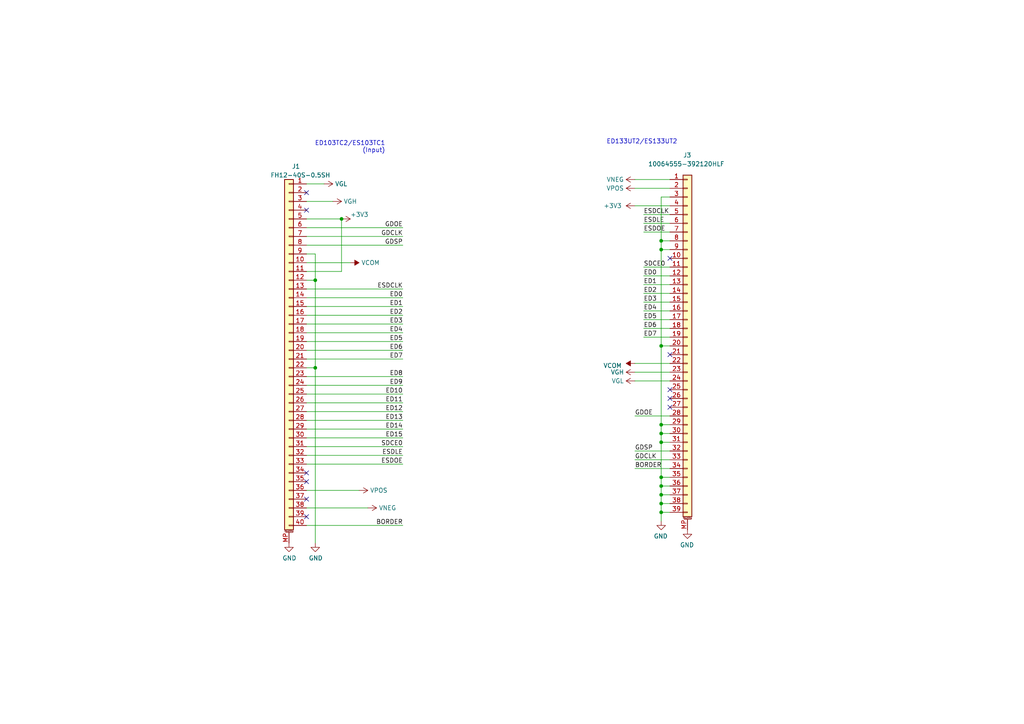
<source format=kicad_sch>
(kicad_sch (version 20231120) (generator "eeschema") (generator_version "8.0")
  (paper "A4")
  (lib_symbols
    (symbol "Connector_Generic_MountingPin:Conn_01x39_MountingPin" (pin_names (offset 1.016) hide)
      (property "Reference" "J" (at 0 50.8 0))
      (property "Value" "Conn_01x39_MountingPin" (at 1.27 -50.8 0))
      (symbol "Conn_01x39_MountingPin_1_1"
        (rectangle (start -1.27 -48.133) (end 0 -48.387) (stroke (width 0.1524)))
        (rectangle (start -1.27 -45.593) (end 0 -45.847) (stroke (width 0.1524)))
        (rectangle (start -1.27 -43.053) (end 0 -43.307) (stroke (width 0.1524)))
        (rectangle (start -1.27 -40.513) (end 0 -40.767) (stroke (width 0.1524)))
        (rectangle (start -1.27 -37.973) (end 0 -38.227) (stroke (width 0.1524)))
        (rectangle (start -1.27 -35.433) (end 0 -35.687) (stroke (width 0.1524)))
        (rectangle (start -1.27 -32.893) (end 0 -33.147) (stroke (width 0.1524)))
        (rectangle (start -1.27 -30.353) (end 0 -30.607) (stroke (width 0.1524)))
        (rectangle (start -1.27 -27.813) (end 0 -28.067) (stroke (width 0.1524)))
        (rectangle (start -1.27 -25.273) (end 0 -25.527) (stroke (width 0.1524)))
        (rectangle (start -1.27 -22.733) (end 0 -22.987) (stroke (width 0.1524)))
        (rectangle (start -1.27 -20.193) (end 0 -20.447) (stroke (width 0.1524)))
        (rectangle (start -1.27 -17.653) (end 0 -17.907) (stroke (width 0.1524)))
        (rectangle (start -1.27 -15.113) (end 0 -15.367) (stroke (width 0.1524)))
        (rectangle (start -1.27 -12.573) (end 0 -12.827) (stroke (width 0.1524)))
        (rectangle (start -1.27 -10.033) (end 0 -10.287) (stroke (width 0.1524)))
        (rectangle (start -1.27 -7.493) (end 0 -7.747) (stroke (width 0.1524)))
        (rectangle (start -1.27 -4.953) (end 0 -5.207) (stroke (width 0.1524)))
        (rectangle (start -1.27 -2.413) (end 0 -2.667) (stroke (width 0.1524)))
        (rectangle (start -1.27 0.127) (end 0 -0.127) (stroke (width 0.1524)))
        (rectangle (start -1.27 2.667) (end 0 2.413) (stroke (width 0.1524)))
        (rectangle (start -1.27 5.207) (end 0 4.953) (stroke (width 0.1524)))
        (rectangle (start -1.27 7.747) (end 0 7.493) (stroke (width 0.1524)))
        (rectangle (start -1.27 10.287) (end 0 10.033) (stroke (width 0.1524)))
        (rectangle (start -1.27 12.827) (end 0 12.573) (stroke (width 0.1524)))
        (rectangle (start -1.27 15.367) (end 0 15.113) (stroke (width 0.1524)))
        (rectangle (start -1.27 17.907) (end 0 17.653) (stroke (width 0.1524)))
        (rectangle (start -1.27 20.447) (end 0 20.193) (stroke (width 0.1524)))
        (rectangle (start -1.27 22.987) (end 0 22.733) (stroke (width 0.1524)))
        (rectangle (start -1.27 25.527) (end 0 25.273) (stroke (width 0.1524)))
        (rectangle (start -1.27 28.067) (end 0 27.813) (stroke (width 0.1524)))
        (rectangle (start -1.27 30.607) (end 0 30.353) (stroke (width 0.1524)))
        (rectangle (start -1.27 33.147) (end 0 32.893) (stroke (width 0.1524)))
        (rectangle (start -1.27 35.687) (end 0 35.433) (stroke (width 0.1524)))
        (rectangle (start -1.27 38.227) (end 0 37.973) (stroke (width 0.1524)))
        (rectangle (start -1.27 40.767) (end 0 40.513) (stroke (width 0.1524)))
        (rectangle (start -1.27 43.307) (end 0 43.053) (stroke (width 0.1524)))
        (rectangle (start -1.27 45.847) (end 0 45.593) (stroke (width 0.1524)))
        (rectangle (start -1.27 48.387) (end 0 48.133) (stroke (width 0.1524)))
        (rectangle (start -1.27 49.53) (end 1.27 -49.53) (stroke (width 0.254)) (fill (type background)))
        (polyline (pts (xy -1.016 -50.292) (xy 1.016 -50.292)) (stroke (width 0.1524)))
        (text "Mounting" (at 0 -49.911 0) (effects (font (size 0.381 0.381))))
        (pin passive line (at -5.08 48.26 0) (length 3.81) (name "Pin_1") (number "1"))
        (pin passive line (at -5.08 25.4 0) (length 3.81) (name "Pin_10") (number "10"))
        (pin passive line (at -5.08 22.86 0) (length 3.81) (name "Pin_11") (number "11"))
        (pin passive line (at -5.08 20.32 0) (length 3.81) (name "Pin_12") (number "12"))
        (pin passive line (at -5.08 17.78 0) (length 3.81) (name "Pin_13") (number "13"))
        (pin passive line (at -5.08 15.24 0) (length 3.81) (name "Pin_14") (number "14"))
        (pin passive line (at -5.08 12.7 0) (length 3.81) (name "Pin_15") (number "15"))
        (pin passive line (at -5.08 10.16 0) (length 3.81) (name "Pin_16") (number "16"))
        (pin passive line (at -5.08 7.62 0) (length 3.81) (name "Pin_17") (number "17"))
        (pin passive line (at -5.08 5.08 0) (length 3.81) (name "Pin_18") (number "18"))
        (pin passive line (at -5.08 2.54 0) (length 3.81) (name "Pin_19") (number "19"))
        (pin passive line (at -5.08 45.72 0) (length 3.81) (name "Pin_2") (number "2"))
        (pin passive line (at -5.08 0 0) (length 3.81) (name "Pin_20") (number "20"))
        (pin passive line (at -5.08 -2.54 0) (length 3.81) (name "Pin_21") (number "21"))
        (pin passive line (at -5.08 -5.08 0) (length 3.81) (name "Pin_22") (number "22"))
        (pin passive line (at -5.08 -7.62 0) (length 3.81) (name "Pin_23") (number "23"))
        (pin passive line (at -5.08 -10.16 0) (length 3.81) (name "Pin_24") (number "24"))
        (pin passive line (at -5.08 -12.7 0) (length 3.81) (name "Pin_25") (number "25"))
        (pin passive line (at -5.08 -15.24 0) (length 3.81) (name "Pin_26") (number "26"))
        (pin passive line (at -5.08 -17.78 0) (length 3.81) (name "Pin_27") (number "27"))
        (pin passive line (at -5.08 -20.32 0) (length 3.81) (name "Pin_28") (number "28"))
        (pin passive line (at -5.08 -22.86 0) (length 3.81) (name "Pin_29") (number "29"))
        (pin passive line (at -5.08 43.18 0) (length 3.81) (name "Pin_3") (number "3"))
        (pin passive line (at -5.08 -25.4 0) (length 3.81) (name "Pin_30") (number "30"))
        (pin passive line (at -5.08 -27.94 0) (length 3.81) (name "Pin_31") (number "31"))
        (pin passive line (at -5.08 -30.48 0) (length 3.81) (name "Pin_32") (number "32"))
        (pin passive line (at -5.08 -33.02 0) (length 3.81) (name "Pin_33") (number "33"))
        (pin passive line (at -5.08 -35.56 0) (length 3.81) (name "Pin_34") (number "34"))
        (pin passive line (at -5.08 -38.1 0) (length 3.81) (name "Pin_35") (number "35"))
        (pin passive line (at -5.08 -40.64 0) (length 3.81) (name "Pin_36") (number "36"))
        (pin passive line (at -5.08 -43.18 0) (length 3.81) (name "Pin_37") (number "37"))
        (pin passive line (at -5.08 -45.72 0) (length 3.81) (name "Pin_38") (number "38"))
        (pin passive line (at -5.08 -48.26 0) (length 3.81) (name "Pin_39") (number "39"))
        (pin passive line (at -5.08 40.64 0) (length 3.81) (name "Pin_4") (number "4"))
        (pin passive line (at -5.08 38.1 0) (length 3.81) (name "Pin_5") (number "5"))
        (pin passive line (at -5.08 35.56 0) (length 3.81) (name "Pin_6") (number "6"))
        (pin passive line (at -5.08 33.02 0) (length 3.81) (name "Pin_7") (number "7"))
        (pin passive line (at -5.08 30.48 0) (length 3.81) (name "Pin_8") (number "8"))
        (pin passive line (at -5.08 27.94 0) (length 3.81) (name "Pin_9") (number "9"))
        (pin passive line (at 0 -53.34 90) (length 3.048) (name "MountPin") (number "MP"))
      )
    )
    (symbol "Connector_Generic_MountingPin:Conn_01x40_MountingPin" (pin_names (offset 1.016) hide)
      (property "Reference" "J" (at 0 50.8 0))
      (property "Value" "Conn_01x40_MountingPin" (at 1.27 -53.34 0))
      (symbol "Conn_01x40_MountingPin_1_1"
        (rectangle (start -1.27 -50.673) (end 0 -50.927) (stroke (width 0.1524)))
        (rectangle (start -1.27 -48.133) (end 0 -48.387) (stroke (width 0.1524)))
        (rectangle (start -1.27 -45.593) (end 0 -45.847) (stroke (width 0.1524)))
        (rectangle (start -1.27 -43.053) (end 0 -43.307) (stroke (width 0.1524)))
        (rectangle (start -1.27 -40.513) (end 0 -40.767) (stroke (width 0.1524)))
        (rectangle (start -1.27 -37.973) (end 0 -38.227) (stroke (width 0.1524)))
        (rectangle (start -1.27 -35.433) (end 0 -35.687) (stroke (width 0.1524)))
        (rectangle (start -1.27 -32.893) (end 0 -33.147) (stroke (width 0.1524)))
        (rectangle (start -1.27 -30.353) (end 0 -30.607) (stroke (width 0.1524)))
        (rectangle (start -1.27 -27.813) (end 0 -28.067) (stroke (width 0.1524)))
        (rectangle (start -1.27 -25.273) (end 0 -25.527) (stroke (width 0.1524)))
        (rectangle (start -1.27 -22.733) (end 0 -22.987) (stroke (width 0.1524)))
        (rectangle (start -1.27 -20.193) (end 0 -20.447) (stroke (width 0.1524)))
        (rectangle (start -1.27 -17.653) (end 0 -17.907) (stroke (width 0.1524)))
        (rectangle (start -1.27 -15.113) (end 0 -15.367) (stroke (width 0.1524)))
        (rectangle (start -1.27 -12.573) (end 0 -12.827) (stroke (width 0.1524)))
        (rectangle (start -1.27 -10.033) (end 0 -10.287) (stroke (width 0.1524)))
        (rectangle (start -1.27 -7.493) (end 0 -7.747) (stroke (width 0.1524)))
        (rectangle (start -1.27 -4.953) (end 0 -5.207) (stroke (width 0.1524)))
        (rectangle (start -1.27 -2.413) (end 0 -2.667) (stroke (width 0.1524)))
        (rectangle (start -1.27 0.127) (end 0 -0.127) (stroke (width 0.1524)))
        (rectangle (start -1.27 2.667) (end 0 2.413) (stroke (width 0.1524)))
        (rectangle (start -1.27 5.207) (end 0 4.953) (stroke (width 0.1524)))
        (rectangle (start -1.27 7.747) (end 0 7.493) (stroke (width 0.1524)))
        (rectangle (start -1.27 10.287) (end 0 10.033) (stroke (width 0.1524)))
        (rectangle (start -1.27 12.827) (end 0 12.573) (stroke (width 0.1524)))
        (rectangle (start -1.27 15.367) (end 0 15.113) (stroke (width 0.1524)))
        (rectangle (start -1.27 17.907) (end 0 17.653) (stroke (width 0.1524)))
        (rectangle (start -1.27 20.447) (end 0 20.193) (stroke (width 0.1524)))
        (rectangle (start -1.27 22.987) (end 0 22.733) (stroke (width 0.1524)))
        (rectangle (start -1.27 25.527) (end 0 25.273) (stroke (width 0.1524)))
        (rectangle (start -1.27 28.067) (end 0 27.813) (stroke (width 0.1524)))
        (rectangle (start -1.27 30.607) (end 0 30.353) (stroke (width 0.1524)))
        (rectangle (start -1.27 33.147) (end 0 32.893) (stroke (width 0.1524)))
        (rectangle (start -1.27 35.687) (end 0 35.433) (stroke (width 0.1524)))
        (rectangle (start -1.27 38.227) (end 0 37.973) (stroke (width 0.1524)))
        (rectangle (start -1.27 40.767) (end 0 40.513) (stroke (width 0.1524)))
        (rectangle (start -1.27 43.307) (end 0 43.053) (stroke (width 0.1524)))
        (rectangle (start -1.27 45.847) (end 0 45.593) (stroke (width 0.1524)))
        (rectangle (start -1.27 48.387) (end 0 48.133) (stroke (width 0.1524)))
        (rectangle (start -1.27 49.53) (end 1.27 -52.07) (stroke (width 0.254)) (fill (type background)))
        (polyline (pts (xy -1.016 -52.832) (xy 1.016 -52.832)) (stroke (width 0.1524)))
        (text "Mounting" (at 0 -52.451 0) (effects (font (size 0.381 0.381))))
        (pin passive line (at -5.08 48.26 0) (length 3.81) (name "Pin_1") (number "1"))
        (pin passive line (at -5.08 25.4 0) (length 3.81) (name "Pin_10") (number "10"))
        (pin passive line (at -5.08 22.86 0) (length 3.81) (name "Pin_11") (number "11"))
        (pin passive line (at -5.08 20.32 0) (length 3.81) (name "Pin_12") (number "12"))
        (pin passive line (at -5.08 17.78 0) (length 3.81) (name "Pin_13") (number "13"))
        (pin passive line (at -5.08 15.24 0) (length 3.81) (name "Pin_14") (number "14"))
        (pin passive line (at -5.08 12.7 0) (length 3.81) (name "Pin_15") (number "15"))
        (pin passive line (at -5.08 10.16 0) (length 3.81) (name "Pin_16") (number "16"))
        (pin passive line (at -5.08 7.62 0) (length 3.81) (name "Pin_17") (number "17"))
        (pin passive line (at -5.08 5.08 0) (length 3.81) (name "Pin_18") (number "18"))
        (pin passive line (at -5.08 2.54 0) (length 3.81) (name "Pin_19") (number "19"))
        (pin passive line (at -5.08 45.72 0) (length 3.81) (name "Pin_2") (number "2"))
        (pin passive line (at -5.08 0 0) (length 3.81) (name "Pin_20") (number "20"))
        (pin passive line (at -5.08 -2.54 0) (length 3.81) (name "Pin_21") (number "21"))
        (pin passive line (at -5.08 -5.08 0) (length 3.81) (name "Pin_22") (number "22"))
        (pin passive line (at -5.08 -7.62 0) (length 3.81) (name "Pin_23") (number "23"))
        (pin passive line (at -5.08 -10.16 0) (length 3.81) (name "Pin_24") (number "24"))
        (pin passive line (at -5.08 -12.7 0) (length 3.81) (name "Pin_25") (number "25"))
        (pin passive line (at -5.08 -15.24 0) (length 3.81) (name "Pin_26") (number "26"))
        (pin passive line (at -5.08 -17.78 0) (length 3.81) (name "Pin_27") (number "27"))
        (pin passive line (at -5.08 -20.32 0) (length 3.81) (name "Pin_28") (number "28"))
        (pin passive line (at -5.08 -22.86 0) (length 3.81) (name "Pin_29") (number "29"))
        (pin passive line (at -5.08 43.18 0) (length 3.81) (name "Pin_3") (number "3"))
        (pin passive line (at -5.08 -25.4 0) (length 3.81) (name "Pin_30") (number "30"))
        (pin passive line (at -5.08 -27.94 0) (length 3.81) (name "Pin_31") (number "31"))
        (pin passive line (at -5.08 -30.48 0) (length 3.81) (name "Pin_32") (number "32"))
        (pin passive line (at -5.08 -33.02 0) (length 3.81) (name "Pin_33") (number "33"))
        (pin passive line (at -5.08 -35.56 0) (length 3.81) (name "Pin_34") (number "34"))
        (pin passive line (at -5.08 -38.1 0) (length 3.81) (name "Pin_35") (number "35"))
        (pin passive line (at -5.08 -40.64 0) (length 3.81) (name "Pin_36") (number "36"))
        (pin passive line (at -5.08 -43.18 0) (length 3.81) (name "Pin_37") (number "37"))
        (pin passive line (at -5.08 -45.72 0) (length 3.81) (name "Pin_38") (number "38"))
        (pin passive line (at -5.08 -48.26 0) (length 3.81) (name "Pin_39") (number "39"))
        (pin passive line (at -5.08 40.64 0) (length 3.81) (name "Pin_4") (number "4"))
        (pin passive line (at -5.08 -50.8 0) (length 3.81) (name "Pin_40") (number "40"))
        (pin passive line (at -5.08 38.1 0) (length 3.81) (name "Pin_5") (number "5"))
        (pin passive line (at -5.08 35.56 0) (length 3.81) (name "Pin_6") (number "6"))
        (pin passive line (at -5.08 33.02 0) (length 3.81) (name "Pin_7") (number "7"))
        (pin passive line (at -5.08 30.48 0) (length 3.81) (name "Pin_8") (number "8"))
        (pin passive line (at -5.08 27.94 0) (length 3.81) (name "Pin_9") (number "9"))
        (pin passive line (at 0 -55.88 90) (length 3.048) (name "MountPin") (number "MP"))
      )
    )
    (symbol "power:+3V3" (power) (pin_names (offset 0))
      (property "Value" "+3V3" (at 0 3.556 0))
      (symbol "+3V3_0_1"
        (polyline (pts (xy -0.762 1.27) (xy 0 2.54)))
        (polyline (pts (xy 0 0) (xy 0 2.54)))
        (polyline (pts (xy 0 2.54) (xy 0.762 1.27)))
      )
      (symbol "+3V3_1_1"
        (pin power_in line (at 0 0 90) (length 0) hide (name "+3V3") (number "1"))
      )
    )
    (symbol "power:GND" (power) (pin_names (offset 0))
      (property "Value" "GND" (at 0 -3.81 0))
      (symbol "GND_0_1"
        (polyline (pts (xy 0 0) (xy 0 -1.27) (xy 1.27 -1.27) (xy 0 -2.54) (xy -1.27 -1.27) (xy 0 -1.27)))
      )
      (symbol "GND_1_1"
        (pin power_in line (at 0 0 270) (length 0) hide (name "GND") (number "1"))
      )
    )
    (symbol "power:VCOM" (power) (pin_names (offset 0))
      (property "Value" "VCOM" (at 0 3.81 0))
      (symbol "VCOM_0_1"
        (polyline (pts (xy 0 0) (xy 0 2.54)))
        (polyline (pts (xy 0.762 1.27) (xy -0.762 1.27) (xy 0 2.54) (xy 0.762 1.27)) (fill (type outline)))
      )
      (symbol "VCOM_1_1"
        (pin power_in line (at 0 0 90) (length 0) hide (name "VCOM") (number "1"))
      )
    )
    (symbol "symbols:VGH" (power) (pin_names (offset 0))
      (property "Value" "VGH" (at 0 3.556 0))
      (symbol "VGH_0_1"
        (polyline (pts (xy -0.762 1.27) (xy 0 2.54)))
        (polyline (pts (xy 0 0) (xy 0 2.54)))
        (polyline (pts (xy 0 2.54) (xy 0.762 1.27)))
      )
      (symbol "VGH_1_1"
        (pin power_in line (at 0 0 90) (length 0) hide (name "VGH") (number "1"))
      )
    )
    (symbol "symbols:VGL" (power) (pin_names (offset 0))
      (property "Value" "VGL" (at 0 3.556 0))
      (symbol "VGL_0_1"
        (polyline (pts (xy -0.762 1.27) (xy 0 2.54)))
        (polyline (pts (xy 0 0) (xy 0 2.54)))
        (polyline (pts (xy 0 2.54) (xy 0.762 1.27)))
      )
      (symbol "VGL_1_1"
        (pin power_in line (at 0 0 90) (length 0) hide (name "VGL") (number "1"))
      )
    )
    (symbol "symbols:VNEG" (power) (pin_names (offset 0))
      (property "Value" "VNEG" (at 0 3.556 0))
      (symbol "VNEG_0_1"
        (polyline (pts (xy -0.762 1.27) (xy 0 2.54)))
        (polyline (pts (xy 0 0) (xy 0 2.54)))
        (polyline (pts (xy 0 2.54) (xy 0.762 1.27)))
      )
      (symbol "VNEG_1_1"
        (pin power_in line (at 0 0 90) (length 0) hide (name "VNEG") (number "1"))
      )
    )
    (symbol "symbols:VPOS" (power) (pin_names (offset 0))
      (property "Value" "VPOS" (at 0 3.556 0))
      (symbol "VPOS_0_1"
        (polyline (pts (xy -0.762 1.27) (xy 0 2.54)))
        (polyline (pts (xy 0 0) (xy 0 2.54)))
        (polyline (pts (xy 0 2.54) (xy 0.762 1.27)))
      )
      (symbol "VPOS_1_1"
        (pin power_in line (at 0 0 90) (length 0) hide (name "VPOS") (number "1"))
      )
    )
  )
  (junction (at 191.77 143.51))
  (junction (at 191.77 146.05))
  (junction (at 191.77 72.39))
  (junction (at 191.77 140.97))
  (junction (at 191.77 100.33))
  (junction (at 191.77 128.27))
  (junction (at 91.44 81.28) (diameter 0.9144))
  (junction (at 191.77 125.73))
  (junction (at 191.77 148.59))
  (junction (at 191.77 138.43))
  (junction (at 191.77 123.19))
  (junction (at 191.77 69.85))
  (junction (at 91.44 106.68) (diameter 0.9144))
  (junction (at 99.06 63.5))
  (no_connect (at 88.9 137.16))
  (no_connect (at 194.31 118.11))
  (no_connect (at 194.31 113.03))
  (no_connect (at 88.9 144.78))
  (no_connect (at 194.31 115.57))
  (no_connect (at 88.9 55.88))
  (no_connect (at 194.31 102.87))
  (no_connect (at 194.31 74.93))
  (no_connect (at 88.9 139.7))
  (no_connect (at 88.9 149.86))
  (no_connect (at 88.9 60.96))
  (wire (pts (xy 191.77 128.27) (xy 191.77 138.43)))
  (wire (pts (xy 184.15 105.41) (xy 194.31 105.41)))
  (wire (pts (xy 106.68 147.32) (xy 88.9 147.32)))
  (wire (pts (xy 88.9 121.92) (xy 116.84 121.92)))
  (wire (pts (xy 99.06 63.5) (xy 99.06 78.74)))
  (wire (pts (xy 191.77 146.05) (xy 191.77 148.59)))
  (wire (pts (xy 88.9 119.38) (xy 116.84 119.38)))
  (wire (pts (xy 88.9 124.46) (xy 116.84 124.46)))
  (wire (pts (xy 191.77 138.43) (xy 194.31 138.43)))
  (wire (pts (xy 191.77 72.39) (xy 191.77 100.33)))
  (wire (pts (xy 186.69 80.01) (xy 194.31 80.01)))
  (wire (pts (xy 191.77 57.15) (xy 191.77 69.85)))
  (wire (pts (xy 88.9 109.22) (xy 116.84 109.22)))
  (wire (pts (xy 191.77 72.39) (xy 194.31 72.39)))
  (wire (pts (xy 191.77 100.33) (xy 194.31 100.33)))
  (wire (pts (xy 186.69 97.79) (xy 194.31 97.79)))
  (wire (pts (xy 191.77 143.51) (xy 194.31 143.51)))
  (wire (pts (xy 191.77 123.19) (xy 194.31 123.19)))
  (wire (pts (xy 186.69 62.23) (xy 194.31 62.23)))
  (wire (pts (xy 186.69 92.71) (xy 194.31 92.71)))
  (wire (pts (xy 88.9 99.06) (xy 116.84 99.06)))
  (wire (pts (xy 186.69 64.77) (xy 194.31 64.77)))
  (wire (pts (xy 88.9 101.6) (xy 116.84 101.6)))
  (wire (pts (xy 93.98 53.34) (xy 88.9 53.34)))
  (wire (pts (xy 184.15 135.89) (xy 194.31 135.89)))
  (wire (pts (xy 191.77 148.59) (xy 194.31 148.59)))
  (wire (pts (xy 88.9 114.3) (xy 116.84 114.3)))
  (wire (pts (xy 186.69 87.63) (xy 194.31 87.63)))
  (wire (pts (xy 186.69 95.25) (xy 194.31 95.25)))
  (wire (pts (xy 88.9 129.54) (xy 116.84 129.54)))
  (wire (pts (xy 191.77 140.97) (xy 191.77 143.51)))
  (wire (pts (xy 88.9 93.98) (xy 116.84 93.98)))
  (wire (pts (xy 191.77 143.51) (xy 191.77 146.05)))
  (wire (pts (xy 191.77 138.43) (xy 191.77 140.97)))
  (wire (pts (xy 91.44 81.28) (xy 88.9 81.28)))
  (wire (pts (xy 194.31 120.65) (xy 184.15 120.65)))
  (wire (pts (xy 88.9 68.58) (xy 116.84 68.58)))
  (wire (pts (xy 184.15 59.69) (xy 194.31 59.69)))
  (wire (pts (xy 104.14 142.24) (xy 88.9 142.24)))
  (wire (pts (xy 91.44 73.66) (xy 91.44 81.28)))
  (wire (pts (xy 88.9 73.66) (xy 91.44 73.66)))
  (wire (pts (xy 191.77 69.85) (xy 191.77 72.39)))
  (wire (pts (xy 88.9 86.36) (xy 116.84 86.36)))
  (wire (pts (xy 88.9 127) (xy 116.84 127)))
  (wire (pts (xy 194.31 130.81) (xy 184.15 130.81)))
  (wire (pts (xy 194.31 57.15) (xy 191.77 57.15)))
  (wire (pts (xy 88.9 83.82) (xy 116.84 83.82)))
  (wire (pts (xy 88.9 111.76) (xy 116.84 111.76)))
  (wire (pts (xy 184.15 110.49) (xy 194.31 110.49)))
  (wire (pts (xy 88.9 104.14) (xy 116.84 104.14)))
  (wire (pts (xy 101.6 76.2) (xy 88.9 76.2)))
  (wire (pts (xy 184.15 107.95) (xy 194.31 107.95)))
  (wire (pts (xy 191.77 128.27) (xy 194.31 128.27)))
  (wire (pts (xy 88.9 71.12) (xy 116.84 71.12)))
  (wire (pts (xy 88.9 88.9) (xy 116.84 88.9)))
  (wire (pts (xy 191.77 69.85) (xy 194.31 69.85)))
  (wire (pts (xy 191.77 140.97) (xy 194.31 140.97)))
  (wire (pts (xy 99.06 78.74) (xy 88.9 78.74)))
  (wire (pts (xy 88.9 96.52) (xy 116.84 96.52)))
  (wire (pts (xy 191.77 146.05) (xy 194.31 146.05)))
  (wire (pts (xy 96.52 58.42) (xy 88.9 58.42)))
  (wire (pts (xy 191.77 148.59) (xy 191.77 151.13)))
  (wire (pts (xy 186.69 67.31) (xy 194.31 67.31)))
  (wire (pts (xy 186.69 82.55) (xy 194.31 82.55)))
  (wire (pts (xy 191.77 123.19) (xy 191.77 125.73)))
  (wire (pts (xy 186.69 85.09) (xy 194.31 85.09)))
  (wire (pts (xy 88.9 66.04) (xy 116.84 66.04)))
  (wire (pts (xy 191.77 100.33) (xy 191.77 123.19)))
  (wire (pts (xy 88.9 91.44) (xy 116.84 91.44)))
  (wire (pts (xy 99.06 63.5) (xy 88.9 63.5)))
  (wire (pts (xy 194.31 133.35) (xy 184.15 133.35)))
  (wire (pts (xy 91.44 81.28) (xy 91.44 106.68)))
  (wire (pts (xy 91.44 106.68) (xy 91.44 157.48)))
  (wire (pts (xy 191.77 125.73) (xy 194.31 125.73)))
  (wire (pts (xy 184.15 54.61) (xy 194.31 54.61)))
  (wire (pts (xy 186.69 77.47) (xy 194.31 77.47)))
  (wire (pts (xy 91.44 106.68) (xy 88.9 106.68)))
  (wire (pts (xy 186.69 90.17) (xy 194.31 90.17)))
  (wire (pts (xy 88.9 132.08) (xy 116.84 132.08)))
  (wire (pts (xy 88.9 134.62) (xy 116.84 134.62)))
  (wire (pts (xy 88.9 152.4) (xy 116.84 152.4)))
  (wire (pts (xy 88.9 116.84) (xy 116.84 116.84)))
  (wire (pts (xy 184.15 52.07) (xy 194.31 52.07)))
  (wire (pts (xy 191.77 125.73) (xy 191.77 128.27)))
  (text "ED103TC2/ES103TC1\n(Input)" (at 111.76 44.45 0) (effects (font (size 1.27 1.27)) (justify right bottom)))
  (text "ED133UT2/ES133UT2" (at 175.895 41.91 0) (effects (font (size 1.27 1.27)) (justify left bottom)))
  (label "BORDER" (at 184.15 135.89 0))
  (label "ED10" (at 116.84 114.3 180))
  (label "ED3" (at 186.69 87.63 0))
  (label "ESDOE" (at 116.84 134.62 180))
  (label "GDSP" (at 184.15 130.81 0))
  (label "ED4" (at 186.69 90.17 0))
  (label "ED2" (at 186.69 85.09 0))
  (label "ED15" (at 116.84 127 180))
  (label "ED12" (at 116.84 119.38 180))
  (label "ESDOE" (at 186.69 67.31 0))
  (label "ESDCLK" (at 116.84 83.82 180))
  (label "ED2" (at 116.84 91.44 180))
  (label "GDOE" (at 116.84 66.04 180))
  (label "ED7" (at 186.69 97.79 0))
  (label "ED11" (at 116.84 116.84 180))
  (label "ED13" (at 116.84 121.92 180))
  (label "ED5" (at 186.69 92.71 0))
  (label "ED3" (at 116.84 93.98 180))
  (label "ESDLE" (at 186.69 64.77 0))
  (label "ESDCLK" (at 186.69 62.23 0))
  (label "ED4" (at 116.84 96.52 180))
  (label "GDSP" (at 116.84 71.12 180))
  (label "ED1" (at 186.69 82.55 0))
  (label "ED9" (at 116.84 111.76 180))
  (label "ESDLE" (at 116.84 132.08 180))
  (label "ED1" (at 116.84 88.9 180))
  (label "GDCLK" (at 184.15 133.35 0))
  (label "ED14" (at 116.84 124.46 180))
  (label "SDCE0" (at 116.84 129.54 180))
  (label "GDCLK" (at 116.84 68.58 180))
  (label "ED5" (at 116.84 99.06 180))
  (label "BORDER" (at 116.84 152.4 180))
  (label "SDCE0" (at 186.69 77.47 0))
  (label "ED6" (at 116.84 101.6 180))
  (label "ED0" (at 116.84 86.36 180))
  (label "GDOE" (at 184.15 120.65 0))
  (label "ED6" (at 186.69 95.25 0))
  (label "ED0" (at 186.69 80.01 0))
  (label "ED8" (at 116.84 109.22 180))
  (label "ED7" (at 116.84 104.14 180))
  (symbol (lib_id "power:+3V3") (at 184.15 59.69 90) (unit 1)
    (property "Reference" "#PWR023" (effects (hide yes)))
    (property "Value" "+3V3" (at 180.34 59.6899 90) (effects (justify left)))
  )
  (symbol (lib_id "power:+3V3") (at 99.06 63.5 270) (unit 1)
    (property "Reference" "#PWR0101" (effects (hide yes)))
    (property "Value" "+3V3" (at 101.6 62.23 90) (effects (justify left)))
  )
  (symbol (lib_id "power:VCOM") (at 184.15 105.41 90) (unit 1)
    (property "Reference" "#PWR024" (effects (hide yes)))
    (property "Value" "VCOM" (at 180.34 106.0449 90) (effects (justify left)))
  )
  (symbol (lib_id "symbols:VGL") (at 184.15 110.49 90) (unit 1)
    (property "Reference" "#PWR026" (effects (hide yes)))
    (property "Value" "VGL" (at 180.975 110.4899 90) (effects (justify left)))
  )
  (symbol (lib_id "symbols:VGH") (at 184.15 107.95 90) (unit 1)
    (property "Reference" "#PWR025" (effects (hide yes)))
    (property "Value" "VGH" (at 179.07 107.95 90))
  )
  (symbol (lib_id "symbols:VGL") (at 93.98 53.34 270) (mirror x) (unit 1)
    (property "Reference" "#PWR03" (effects (hide yes)))
    (property "Value" "VGL" (at 97.155 53.3399 90) (effects (justify left)))
  )
  (symbol (lib_id "symbols:VGH") (at 96.52 58.42 270) (mirror x) (unit 1)
    (property "Reference" "#PWR05" (effects (hide yes)))
    (property "Value" "VGH" (at 101.6 58.42 90))
  )
  (symbol (lib_id "symbols:VNEG") (at 106.68 147.32 270) (mirror x) (unit 1)
    (property "Reference" "#PWR09" (effects (hide yes)))
    (property "Value" "VNEG" (at 112.395 147.32 90))
  )
  (symbol (lib_id "power:GND") (at 199.39 153.67 0) (mirror y) (unit 1)
    (property "Reference" "#PWR028" (effects (hide yes)))
    (property "Value" "GND" (at 199.263 158.0642 0))
  )
  (symbol (lib_id "power:GND") (at 191.77 151.13 0) (mirror y) (unit 1)
    (property "Reference" "#PWR027" (effects (hide yes)))
    (property "Value" "GND" (at 191.643 155.5242 0))
  )
  (symbol (lib_id "symbols:VPOS") (at 184.15 54.61 90) (unit 1)
    (property "Reference" "#PWR022" (effects (hide yes)))
    (property "Value" "VPOS" (at 180.975 54.6099 90) (effects (justify left)))
  )
  (symbol (lib_id "symbols:VNEG") (at 184.15 52.07 90) (unit 1)
    (property "Reference" "#PWR021" (effects (hide yes)))
    (property "Value" "VNEG" (at 178.435 52.07 90))
  )
  (symbol (lib_id "symbols:VPOS") (at 104.14 142.24 270) (mirror x) (unit 1)
    (property "Reference" "#PWR08" (effects (hide yes)))
    (property "Value" "VPOS" (at 107.315 142.2399 90) (effects (justify left)))
  )
  (symbol (lib_id "Connector_Generic_MountingPin:Conn_01x39_MountingPin") (at 199.39 100.33 0) (unit 1)
    (property "Reference" "J3" (at 198.12 45.0214 0) (effects (justify left)))
    (property "Value" "10064555-392120HLF" (at 187.96 47.5614 0) (effects (justify left)))
    (property "Footprint" "footprints:HRS_FH26W-39S-0.3SHW(60)" (effects (hide yes)))
    (property "LCSC" "609-10064555-392120HLFCT-ND" (effects (hide yes)))
    (property "Ref.Price" "0.95" (effects (hide yes)))
  )
  (symbol (lib_id "power:GND") (at 83.82 157.48 0) (unit 1)
    (property "Reference" "#PWR01" (effects (hide yes)))
    (property "Value" "GND" (at 83.947 161.8742 0))
  )
  (symbol (lib_id "power:GND") (at 91.44 157.48 0) (unit 1)
    (property "Reference" "#PWR02" (effects (hide yes)))
    (property "Value" "GND" (at 91.567 161.8742 0))
  )
  (symbol (lib_id "power:VCOM") (at 101.6 76.2 270) (mirror x) (unit 1)
    (property "Reference" "#PWR07" (effects (hide yes)))
    (property "Value" "VCOM" (at 104.775 76.1999 90) (effects (justify left)))
  )
  (symbol (lib_id "Connector_Generic_MountingPin:Conn_01x40_MountingPin") (at 83.82 101.6 0) (mirror y) (unit 1)
    (property "Reference" "J1" (at 85.852 48.26 0))
    (property "Value" "FH12-40S-0.5SH" (at 87.122 50.8 0))
    (property "Footprint" "footprints:Hirose_FH12-40S-0.5SH_1x40-1MP_P0.50mm_Horizontal_Reversed" (effects (hide yes)))
  )
)
</source>
